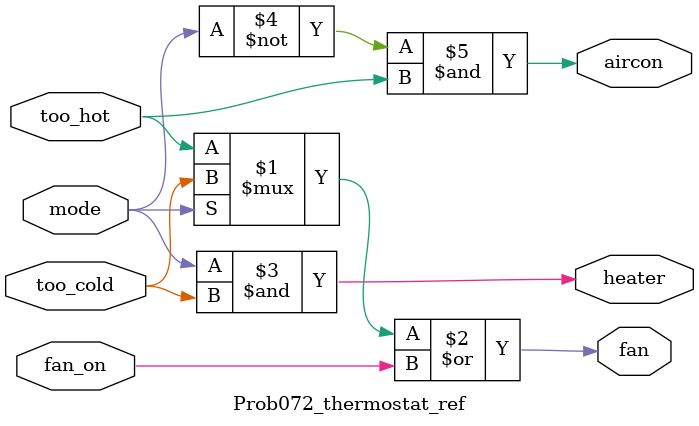
<source format=sv>

module Prob072_thermostat_ref (
  input mode,
  input too_cold,
  input too_hot,
  input fan_on,
  output heater,
  output aircon,
  output fan
);

  assign fan = (mode ? too_cold : too_hot) | fan_on;
  assign heater = (mode & too_cold);
  assign aircon = (~mode & too_hot);

endmodule


</source>
